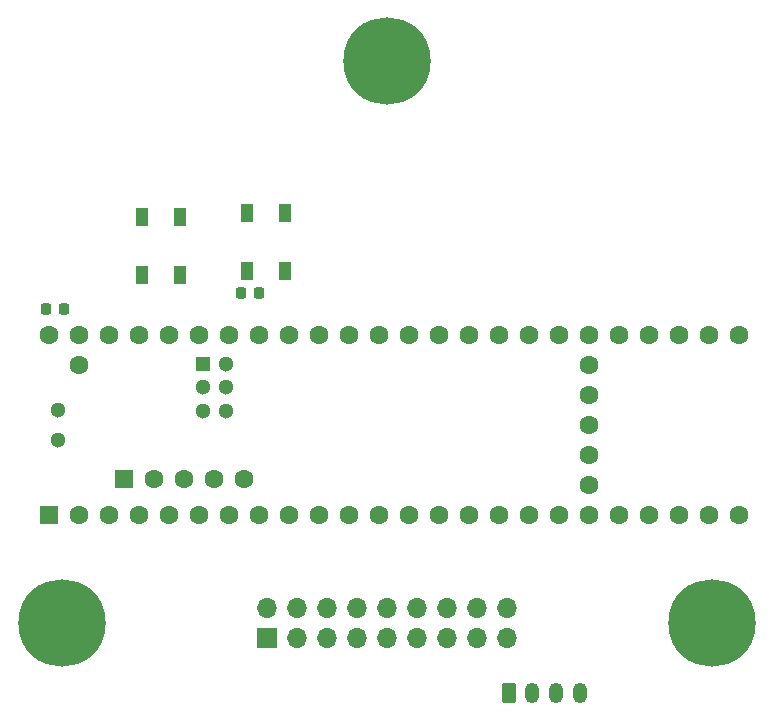
<source format=gbr>
%TF.GenerationSoftware,KiCad,Pcbnew,(6.0.7)*%
%TF.CreationDate,2023-04-01T23:24:39-04:00*%
%TF.ProjectId,board_4,626f6172-645f-4342-9e6b-696361645f70,rev?*%
%TF.SameCoordinates,Original*%
%TF.FileFunction,Soldermask,Top*%
%TF.FilePolarity,Negative*%
%FSLAX46Y46*%
G04 Gerber Fmt 4.6, Leading zero omitted, Abs format (unit mm)*
G04 Created by KiCad (PCBNEW (6.0.7)) date 2023-04-01 23:24:39*
%MOMM*%
%LPD*%
G01*
G04 APERTURE LIST*
G04 Aperture macros list*
%AMRoundRect*
0 Rectangle with rounded corners*
0 $1 Rounding radius*
0 $2 $3 $4 $5 $6 $7 $8 $9 X,Y pos of 4 corners*
0 Add a 4 corners polygon primitive as box body*
4,1,4,$2,$3,$4,$5,$6,$7,$8,$9,$2,$3,0*
0 Add four circle primitives for the rounded corners*
1,1,$1+$1,$2,$3*
1,1,$1+$1,$4,$5*
1,1,$1+$1,$6,$7*
1,1,$1+$1,$8,$9*
0 Add four rect primitives between the rounded corners*
20,1,$1+$1,$2,$3,$4,$5,0*
20,1,$1+$1,$4,$5,$6,$7,0*
20,1,$1+$1,$6,$7,$8,$9,0*
20,1,$1+$1,$8,$9,$2,$3,0*%
G04 Aperture macros list end*
%ADD10C,4.100000*%
%ADD11C,7.400000*%
%ADD12RoundRect,0.225000X0.225000X0.250000X-0.225000X0.250000X-0.225000X-0.250000X0.225000X-0.250000X0*%
%ADD13R,1.600000X1.600000*%
%ADD14C,1.600000*%
%ADD15R,1.300000X1.300000*%
%ADD16C,1.300000*%
%ADD17R,1.000000X1.500000*%
%ADD18RoundRect,0.225000X-0.225000X-0.250000X0.225000X-0.250000X0.225000X0.250000X-0.225000X0.250000X0*%
%ADD19R,1.700000X1.700000*%
%ADD20O,1.700000X1.700000*%
%ADD21RoundRect,0.250000X-0.350000X-0.625000X0.350000X-0.625000X0.350000X0.625000X-0.350000X0.625000X0*%
%ADD22O,1.200000X1.750000*%
G04 APERTURE END LIST*
D10*
%TO.C,REF\u002A\u002A*%
X175468013Y-139389531D03*
D11*
X175468013Y-139389531D03*
%TD*%
D12*
%TO.C,C2*%
X137165000Y-111480000D03*
X135615000Y-111480000D03*
%TD*%
D11*
%TO.C,REF\u002A\u002A*%
X147976228Y-91782125D03*
D10*
X147976228Y-91782125D03*
%TD*%
D13*
%TO.C,U1*%
X119410000Y-130230000D03*
D14*
X121950000Y-130230000D03*
X124490000Y-130230000D03*
X127030000Y-130230000D03*
X129570000Y-130230000D03*
X132110000Y-130230000D03*
X134650000Y-130230000D03*
X137190000Y-130230000D03*
X139730000Y-130230000D03*
X142270000Y-130230000D03*
X144810000Y-130230000D03*
X147350000Y-130230000D03*
X149890000Y-130230000D03*
X152430000Y-130230000D03*
X154970000Y-130230000D03*
X157510000Y-130230000D03*
X160050000Y-130230000D03*
X162590000Y-130230000D03*
X165130000Y-130230000D03*
X167670000Y-130230000D03*
X170210000Y-130230000D03*
X172750000Y-130230000D03*
X175290000Y-130230000D03*
X177830000Y-130230000D03*
X177830000Y-114990000D03*
X175290000Y-114990000D03*
X172750000Y-114990000D03*
X170210000Y-114990000D03*
X167670000Y-114990000D03*
X165130000Y-114990000D03*
X162590000Y-114990000D03*
X160050000Y-114990000D03*
X157510000Y-114990000D03*
X154970000Y-114990000D03*
X152430000Y-114990000D03*
X149890000Y-114990000D03*
X147350000Y-114990000D03*
X144810000Y-114990000D03*
X142270000Y-114990000D03*
X139730000Y-114990000D03*
X137190000Y-114990000D03*
X134650000Y-114990000D03*
X132110000Y-114990000D03*
X129570000Y-114990000D03*
X127030000Y-114990000D03*
X124490000Y-114990000D03*
X121950000Y-114990000D03*
X119410000Y-114990000D03*
X121950000Y-117530000D03*
X165130000Y-127690000D03*
X165130000Y-125150000D03*
X165130000Y-122610000D03*
X165130000Y-120070000D03*
X165130000Y-117530000D03*
D13*
X125709200Y-127179200D03*
D14*
X128249200Y-127179200D03*
X130789200Y-127179200D03*
X133329200Y-127179200D03*
X135869200Y-127179200D03*
D15*
X132380000Y-117428400D03*
D16*
X132380000Y-119428400D03*
X132380000Y-121428400D03*
X134380000Y-121428400D03*
X134380000Y-119428400D03*
X134380000Y-117428400D03*
X120140000Y-121340000D03*
X120140000Y-123880000D03*
%TD*%
D17*
%TO.C,D2*%
X139320000Y-104712550D03*
X136120000Y-104712550D03*
X136120000Y-109612550D03*
X139320000Y-109612550D03*
%TD*%
D10*
%TO.C,REF\u002A\u002A*%
X120480277Y-139392743D03*
D11*
X120480277Y-139392743D03*
%TD*%
D18*
%TO.C,C1*%
X119113000Y-112776000D03*
X120663000Y-112776000D03*
%TD*%
D19*
%TO.C,J2*%
X137840000Y-140680000D03*
D20*
X137840000Y-138140000D03*
X140380000Y-140680000D03*
X140380000Y-138140000D03*
X142920000Y-140680000D03*
X142920000Y-138140000D03*
X145460000Y-140680000D03*
X145460000Y-138140000D03*
X148000000Y-140680000D03*
X148000000Y-138140000D03*
X150540000Y-140680000D03*
X150540000Y-138140000D03*
X153080000Y-140680000D03*
X153080000Y-138140000D03*
X155620000Y-140680000D03*
X155620000Y-138140000D03*
X158160000Y-140680000D03*
X158160000Y-138140000D03*
%TD*%
D17*
%TO.C,D1*%
X130450000Y-105030000D03*
X127250000Y-105030000D03*
X127250000Y-109930000D03*
X130450000Y-109930000D03*
%TD*%
D21*
%TO.C,J1*%
X158290000Y-145276400D03*
D22*
X160290000Y-145276400D03*
X162290000Y-145276400D03*
X164290000Y-145276400D03*
%TD*%
M02*

</source>
